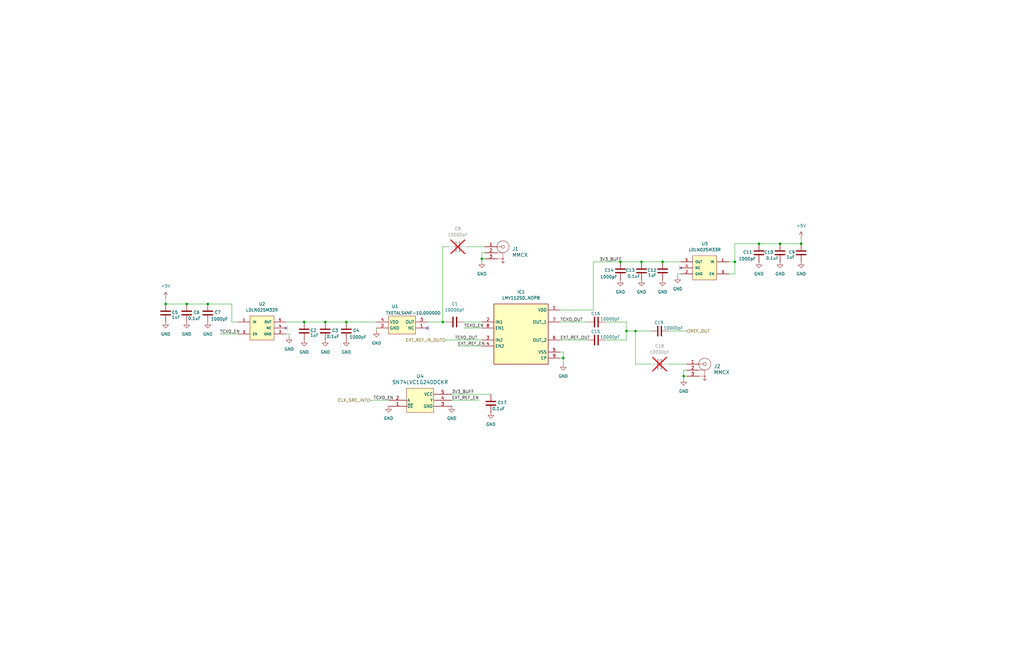
<source format=kicad_sch>
(kicad_sch (version 20231120) (generator "eeschema") (generator_version "8.0")
  (paper "B")
  (lib_symbols
    (symbol "2024-03-24_05-09-48:2337019-1" (pin_names (offset 0.254))
      (property "Reference" "J" (at 8.89 6.35 0))
      (property "Value" "2337019-1" (at 0.254 3.048 0))
      (symbol "2337019-1_1_1"
        (polyline (pts (xy 6.985 0) (xy 5.08 0)))
        (polyline (pts (xy 7.112 -6.604) (xy 8.128 -6.604)) (stroke (width 0.127)))
        (polyline (pts (xy 7.366 -6.858) (xy 7.874 -6.858)) (stroke (width 0.127)))
        (polyline (pts (xy 7.62 -5.08) (xy 5.08 -5.08)) (stroke (width 0.127)))
        (polyline (pts (xy 7.62 -2.54) (xy 5.08 -2.54)) (stroke (width 0.127)))
        (polyline (pts (xy 7.62 -2.54) (xy 7.62 -6.35)) (stroke (width 0.127)))
        (polyline (pts (xy 8.382 -6.35) (xy 6.858 -6.35)) (stroke (width 0.127)))
        (circle (center 7.62 -5.08) (radius 0.127) (stroke (width 0.254)))
        (circle (center 7.62 0) (radius 0.635))
        (circle (center 7.62 0) (radius 2.54))
        (pin input line (at 0 0 0) (length 5.08) (name "") (number "1"))
        (pin passive line (at 0 -2.54 0) (length 5.08) (name "") (number "2"))
        (pin passive line (at 0 -5.08 0) (length 5.08) (name "") (number "3"))
      )
      (symbol "2337019-1_1_2"
        (polyline (pts (xy 5.08 -7.62) (xy 12.7 -7.62)) (stroke (width 0.127)))
        (polyline (pts (xy 5.08 2.54) (xy 5.08 -7.62)) (stroke (width 0.127)))
        (polyline (pts (xy 7.112 -6.604) (xy 8.128 -6.604)) (stroke (width 0.127)))
        (polyline (pts (xy 7.366 -6.858) (xy 7.874 -6.858)) (stroke (width 0.127)))
        (polyline (pts (xy 7.62 -5.08) (xy 5.08 -5.08)) (stroke (width 0.127)))
        (polyline (pts (xy 7.62 -2.54) (xy 5.08 -2.54)) (stroke (width 0.127)))
        (polyline (pts (xy 7.62 -2.54) (xy 7.62 -6.35)) (stroke (width 0.127)))
        (polyline (pts (xy 7.62 0) (xy 5.08 0)) (stroke (width 0.127)))
        (polyline (pts (xy 7.62 0) (xy 8.89 -0.8467)) (stroke (width 0.127)))
        (polyline (pts (xy 7.62 0) (xy 8.89 0.8467)) (stroke (width 0.127)))
        (polyline (pts (xy 8.382 -6.35) (xy 6.858 -6.35)) (stroke (width 0.127)))
        (polyline (pts (xy 12.7 -7.62) (xy 12.7 2.54)) (stroke (width 0.127)))
        (polyline (pts (xy 12.7 2.54) (xy 5.08 2.54)) (stroke (width 0.127)))
        (circle (center 7.62 -5.08) (radius 0.127) (stroke (width 0.254)))
        (pin unspecified line (at 0 0 0) (length 5.08) (name "1") (number "1"))
        (pin unspecified line (at 0 -2.54 0) (length 5.08) (name "2") (number "2"))
        (pin unspecified line (at 0 -5.08 0) (length 5.08) (name "3") (number "3"))
      )
    )
    (symbol "2024-03-24_05-51-49:SN74LVC1G240DCKR" (pin_names (offset 0.254))
      (property "Reference" "U" (at 27.94 10.16 0))
      (property "Value" "SN74LVC1G240DCKR" (at 27.94 7.62 0))
      (symbol "SN74LVC1G240DCKR_0_1"
        (pin input line (at 0 -2.54 0) (length 7.62) (name "A") (number "2"))
        (pin power_in line (at 26.67 -5.08 180) (length 7.62) (name "GND") (number "3"))
        (pin power_in line (at 26.67 0 180) (length 7.62) (name "VCC") (number "5"))
      )
      (symbol "SN74LVC1G240DCKR_1_1"
        (rectangle (start 7.62 1.905) (end 7.62 1.905))
        (rectangle (start 7.62 2.54) (end 19.05 -7.62) (fill (type background)))
        (pin input line (at 0 -5.08 0) (length 7.62) (name "~{OE}") (number "1"))
        (pin output line (at 26.67 -2.54 180) (length 7.62) (name "Y") (number "4"))
      )
    )
    (symbol "Device:C" (pin_numbers hide) (pin_names (offset 0.254))
      (property "Reference" "C" (at 0.635 2.54 0))
      (property "Value" "C" (at 0.635 -2.54 0))
      (symbol "C_0_1"
        (polyline (pts (xy -2.032 -0.762) (xy 2.032 -0.762)) (stroke (width 0.508)))
        (polyline (pts (xy -2.032 0.762) (xy 2.032 0.762)) (stroke (width 0.508)))
      )
      (symbol "C_1_1"
        (pin passive line (at 0 3.81 270) (length 2.794) (name "~") (number "1"))
        (pin passive line (at 0 -3.81 90) (length 2.794) (name "~") (number "2"))
      )
    )
    (symbol "LDLN025M33R:LDLN025M33R" (pin_names (offset 1.016))
      (property "Reference" "U" (at -10.16 11.16 0))
      (property "Value" "LDLN025M33R" (at -10.16 -14.16 0))
      (symbol "LDLN025M33R_0_0"
        (pin input line (at -15.24 -3.81 0) (length 5.08) (name "IN") (number "1"))
        (pin power_in line (at 5.08 -8.89 180) (length 5.08) (name "GND") (number "2"))
        (pin input line (at -15.24 -8.89 0) (length 5.08) (name "EN") (number "3"))
        (pin passive line (at 5.08 -6.35 180) (length 5.08) (name "NC") (number "4"))
        (pin output line (at 5.08 -3.81 180) (length 5.08) (name "OUT") (number "5"))
      )
      (symbol "LDLN025M33R_1_0"
        (rectangle (start -10.16 -1.27) (end 0 -11.43) (fill (type background)))
      )
    )
    (symbol "LMV112SD_NOPB:LMV112SD_NOPB"
      (property "Reference" "IC" (at 36.83 7.62 0))
      (property "Value" "LMV112SD_NOPB" (at 36.83 5.08 0))
      (symbol "LMV112SD_NOPB_1_1"
        (rectangle (start 5.08 2.54) (end 27.94 -22.86) (stroke (width 0.254)) (fill (type background)))
        (pin passive line (at 33.02 0 180) (length 5.08) (name "VDD") (number "1"))
        (pin passive line (at 0 -5.08 0) (length 5.08) (name "IN1") (number "2"))
        (pin passive line (at 0 -12.7 0) (length 5.08) (name "IN2") (number "3"))
        (pin passive line (at 0 -15.24 0) (length 5.08) (name "EN2") (number "4"))
        (pin passive line (at 33.02 -17.78 180) (length 5.08) (name "VSS") (number "5"))
        (pin passive line (at 33.02 -12.7 180) (length 5.08) (name "OUT_2") (number "6"))
        (pin passive line (at 33.02 -5.08 180) (length 5.08) (name "OUT_1") (number "7"))
        (pin passive line (at 0 -7.62 0) (length 5.08) (name "EN1") (number "8"))
        (pin passive line (at 33.02 -20.32 180) (length 5.08) (name "EP") (number "9"))
      )
    )
    (symbol "TXETALSANF-10.000000:TXETALSANF-10.000000"
      (property "Reference" "U" (at 0 0 0))
      (property "Value" "TXETALSANF-10.000000" (at 0 0 0))
      (symbol "TXETALSANF-10.000000_1_1"
        (rectangle (start 5.08 0) (end 16.51 -7.62) (fill (type background)))
        (pin passive line (at 21.59 -5.08 180) (length 5.08) (name "NC") (number "1"))
        (pin passive line (at 0 -5.08 0) (length 5.08) (name "GND") (number "2"))
        (pin passive line (at 21.59 -2.54 180) (length 5.08) (name "OUT") (number "3"))
        (pin passive line (at 0 -2.54 0) (length 5.08) (name "VDD") (number "4"))
      )
    )
    (symbol "power:+3V3" (power) (pin_numbers hide) (pin_names (offset 0) hide)
      (property "Value" "+3V3" (at 0 3.556 0))
      (symbol "+3V3_0_1"
        (polyline (pts (xy -0.762 1.27) (xy 0 2.54)))
        (polyline (pts (xy 0 0) (xy 0 2.54)))
        (polyline (pts (xy 0 2.54) (xy 0.762 1.27)))
      )
      (symbol "+3V3_1_1"
        (pin power_in line (at 0 0 90) (length 0) (name "~") (number "1"))
      )
    )
    (symbol "power:GND" (power) (pin_numbers hide) (pin_names (offset 0) hide)
      (property "Value" "GND" (at 0 -3.81 0))
      (symbol "GND_0_1"
        (polyline (pts (xy 0 0) (xy 0 -1.27) (xy 1.27 -1.27) (xy 0 -2.54) (xy -1.27 -1.27) (xy 0 -1.27)))
      )
      (symbol "GND_1_1"
        (pin power_in line (at 0 0 270) (length 0) (name "~") (number "1"))
      )
    )
  )
  (junction (at 186.69 135.89))
  (junction (at 203.2 109.22))
  (junction (at 270.51 110.49))
  (junction (at 337.82 102.87))
  (junction (at 87.63 128.27))
  (junction (at 146.05 135.89))
  (junction (at 267.97 139.7))
  (junction (at 264.16 139.7))
  (junction (at 328.93 102.87))
  (junction (at 279.4 110.49))
  (junction (at 69.85 128.27))
  (junction (at 261.62 110.49))
  (junction (at 288.29 158.75))
  (junction (at 309.88 110.49))
  (junction (at 320.04 102.87))
  (junction (at 128.27 135.89))
  (junction (at 137.16 135.89))
  (junction (at 78.74 128.27))
  (junction (at 237.49 151.13))
  (no_connect (at 287.02 113.03))
  (no_connect (at 120.65 138.43))
  (no_connect (at 180.34 138.43))
  (wire (pts (xy 264.16 139.7) (xy 267.97 139.7)))
  (wire (pts (xy 146.05 135.89) (xy 158.75 135.89)))
  (wire (pts (xy 121.92 142.24) (xy 121.92 140.97)))
  (wire (pts (xy 261.62 110.49) (xy 270.51 110.49)))
  (wire (pts (xy 285.75 115.57) (xy 287.02 115.57)))
  (wire (pts (xy 120.65 135.89) (xy 128.27 135.89)))
  (wire (pts (xy 186.69 104.14) (xy 186.69 135.89)))
  (wire (pts (xy 195.58 135.89) (xy 203.2 135.89)))
  (wire (pts (xy 92.71 140.97) (xy 100.33 140.97)))
  (wire (pts (xy 237.49 148.59) (xy 237.49 151.13)))
  (wire (pts (xy 288.29 156.21) (xy 288.29 158.75)))
  (wire (pts (xy 307.34 115.57) (xy 309.88 115.57)))
  (wire (pts (xy 196.85 104.14) (xy 204.47 104.14)))
  (wire (pts (xy 337.82 102.87) (xy 328.93 102.87)))
  (wire (pts (xy 281.94 153.67) (xy 289.56 153.67)))
  (wire (pts (xy 320.04 102.87) (xy 309.88 102.87)))
  (wire (pts (xy 97.79 135.89) (xy 100.33 135.89)))
  (wire (pts (xy 309.88 102.87) (xy 309.88 110.49)))
  (wire (pts (xy 267.97 153.67) (xy 274.32 153.67)))
  (wire (pts (xy 186.69 135.89) (xy 187.96 135.89)))
  (wire (pts (xy 247.65 143.51) (xy 236.22 143.51)))
  (wire (pts (xy 236.22 148.59) (xy 237.49 148.59)))
  (wire (pts (xy 203.2 110.49) (xy 203.2 109.22)))
  (wire (pts (xy 255.27 135.89) (xy 264.16 135.89)))
  (wire (pts (xy 237.49 153.67) (xy 237.49 151.13)))
  (wire (pts (xy 69.85 128.27) (xy 78.74 128.27)))
  (wire (pts (xy 237.49 151.13) (xy 236.22 151.13)))
  (wire (pts (xy 158.75 139.7) (xy 158.75 138.43)))
  (wire (pts (xy 137.16 135.89) (xy 146.05 135.89)))
  (wire (pts (xy 289.56 156.21) (xy 288.29 156.21)))
  (wire (pts (xy 128.27 135.89) (xy 137.16 135.89)))
  (wire (pts (xy 193.04 146.05) (xy 203.2 146.05)))
  (wire (pts (xy 203.2 109.22) (xy 204.47 109.22)))
  (wire (pts (xy 190.5 166.37) (xy 207.01 166.37)))
  (wire (pts (xy 69.85 125.73) (xy 69.85 128.27)))
  (wire (pts (xy 121.92 140.97) (xy 120.65 140.97)))
  (wire (pts (xy 287.02 110.49) (xy 279.4 110.49)))
  (wire (pts (xy 236.22 130.81) (xy 250.19 130.81)))
  (wire (pts (xy 285.75 116.84) (xy 285.75 115.57)))
  (wire (pts (xy 250.19 130.81) (xy 250.19 110.49)))
  (wire (pts (xy 255.27 143.51) (xy 264.16 143.51)))
  (wire (pts (xy 264.16 139.7) (xy 264.16 143.51)))
  (wire (pts (xy 78.74 128.27) (xy 87.63 128.27)))
  (wire (pts (xy 309.88 110.49) (xy 309.88 115.57)))
  (wire (pts (xy 97.79 128.27) (xy 97.79 135.89)))
  (wire (pts (xy 236.22 135.89) (xy 247.65 135.89)))
  (wire (pts (xy 195.58 138.43) (xy 203.2 138.43)))
  (wire (pts (xy 87.63 128.27) (xy 97.79 128.27)))
  (wire (pts (xy 204.47 106.68) (xy 203.2 106.68)))
  (wire (pts (xy 189.23 104.14) (xy 186.69 104.14)))
  (wire (pts (xy 288.29 158.75) (xy 289.56 158.75)))
  (wire (pts (xy 180.34 135.89) (xy 186.69 135.89)))
  (wire (pts (xy 201.93 168.91) (xy 190.5 168.91)))
  (wire (pts (xy 187.96 143.51) (xy 203.2 143.51)))
  (wire (pts (xy 250.19 110.49) (xy 261.62 110.49)))
  (wire (pts (xy 267.97 153.67) (xy 267.97 139.7)))
  (wire (pts (xy 203.2 106.68) (xy 203.2 109.22)))
  (wire (pts (xy 288.29 160.02) (xy 288.29 158.75)))
  (wire (pts (xy 264.16 135.89) (xy 264.16 139.7)))
  (wire (pts (xy 279.4 110.49) (xy 270.51 110.49)))
  (wire (pts (xy 309.88 110.49) (xy 307.34 110.49)))
  (wire (pts (xy 281.94 139.7) (xy 289.56 139.7)))
  (wire (pts (xy 328.93 102.87) (xy 320.04 102.87)))
  (wire (pts (xy 267.97 139.7) (xy 274.32 139.7)))
  (wire (pts (xy 156.21 168.91) (xy 163.83 168.91)))
  (wire (pts (xy 337.82 100.33) (xy 337.82 102.87)))
  (label "EXT_REF_EN" (at 193.04 146.05 0))
  (label "TCXO_OUT" (at 191.77 143.51 0))
  (label "3V3_BUFF" (at 252.73 110.49 0))
  (label "TCXO_EN" (at 92.71 140.97 0))
  (label "TCXO_OUT" (at 236.22 135.89 0))
  (label "EXT_REF_OUT" (at 236.22 143.51 0))
  (label "3V3_BUFF" (at 190.5 166.37 0))
  (label "TCXO_EN" (at 195.58 138.43 0))
  (label "EXT_REF_EN" (at 201.93 168.91 180))
  (label "TCXO_EN" (at 157.48 168.91 0))
  (hierarchical_label "EXT_REF_IN_OUT" (shape input) (at 187.96 143.51 180))
  (hierarchical_label "CLK_SRC_INT" (shape input) (at 156.21 168.91 180))
  (hierarchical_label "REF_OUT" (shape input) (at 289.56 139.7 0))
  (symbol (lib_id "power:GND") (at 146.05 143.51 0) (unit 1)
    (property "Reference" "#PWR07" (effects (hide yes)))
    (property "Value" "GND" (at 146.05 148.59 0))
    (property "Description" "Power symbol creates a global label with name \"GND\" , ground" (effects (hide yes)))
  )
  (symbol (lib_id "Device:C") (at 193.04 104.14 90) (unit 1) (dnp yes)
    (property "Reference" "C8" (at 193.04 96.52 90))
    (property "Value" "10000pF" (at 193.04 99.06 90))
    (property "Datasheet" "https://search.murata.co.jp/Ceramy/image/img/A01X/G101/ENG/GRM1555C1E103JE01-01A.pdf" (effects (hide yes)))
    (property "Description" "10000 pF ±5% 25V Ceramic Capacitor C0G, NP0 0402 (1005 Metric)" (effects (hide yes)))
    (property "MPN" "GRM1555C1E103JE01J" (effects (hide yes)))
    (property "Manufacturer" "Murata Electronics" (effects (hide yes)))
  )
  (symbol (lib_id "Device:C") (at 279.4 114.3 0) (mirror y) (unit 1)
    (property "Reference" "C12" (at 276.86 114.046 0) (effects (justify left)))
    (property "Value" "1uF" (at 276.86 116.078 0) (effects (justify left)))
    (property "Datasheet" "https://search.murata.co.jp/Ceramy/image/img/A01X/G101/ENG/GRM155R70J105KA12-01.pdf~" (effects (hide yes)))
    (property "Description" "1 µF ±10% 6.3V Ceramic Capacitor X7R 0402 (1005 Metric)" (effects (hide yes)))
    (property "MPN" "GRM155R70J105KA12J" (effects (hide yes)))
    (property "Manufacturer" "Murata Electronics" (effects (hide yes)))
  )
  (symbol (lib_id "Device:C") (at 146.05 139.7 0) (unit 1)
    (property "Reference" "C4" (at 148.844 139.446 0) (effects (justify left)))
    (property "Value" "1000pF" (at 147.32 142.24 0) (effects (justify left)))
    (property "Datasheet" "https://search.murata.co.jp/Ceramy/image/img/A01X/G101/ENG/GRM1555C1H102JA01-01.pdf" (effects (hide yes)))
    (property "Description" "1000 pF ±5% 50V Ceramic Capacitor C0G, NP0 0402 (1005 Metric)" (effects (hide yes)))
    (property "MPN" "GRM1555C1H102JA01D" (effects (hide yes)))
    (property "Manufacturer" "Murata Electronics" (effects (hide yes)))
  )
  (symbol (lib_id "Device:C") (at 328.93 106.68 0) (mirror y) (unit 1)
    (property "Reference" "C10" (at 326.136 106.426 0) (effects (justify left)))
    (property "Value" "0.1uF" (at 328.422 108.966 0) (effects (justify left)))
    (property "Datasheet" "https://search.murata.co.jp/Ceramy/image/img/A01X/G101/ENG/GRM155R71C104KA88-01.pdf" (effects (hide yes)))
    (property "Description" "0.1 µF ±10% 16V Ceramic Capacitor X7R 0402 (1005 Metric)" (effects (hide yes)))
    (property "MPN" "GRM155R71C104KA88J" (effects (hide yes)))
    (property "Manufacturer" "Murata Electronics" (effects (hide yes)))
  )
  (symbol (lib_id "power:GND") (at 203.2 110.49 0) (unit 1)
    (property "Reference" "#PWR011" (effects (hide yes)))
    (property "Value" "GND" (at 203.2 115.57 0))
    (property "Description" "Power symbol creates a global label with name \"GND\" , ground" (effects (hide yes)))
  )
  (symbol (lib_id "TXETALSANF-10.000000:TXETALSANF-10.000000") (at 158.75 133.35 0) (unit 1)
    (property "Reference" "U1" (at 166.624 129.286 0))
    (property "Value" "TXETALSANF-10.000000" (at 174.244 132.08 0))
    (property "Description" "10 MHz TCXO Clipped Sine Wave Oscillator 2.8V ~ 3.3V 4-SMD, No Lead" (effects (hide yes)))
    (property "MPN" "TXETALSANF-10.000000" (effects (hide yes)))
    (property "Manufacturer" "Taitien" (effects (hide yes)))
  )
  (symbol (lib_id "LMV112SD_NOPB:LMV112SD_NOPB") (at 203.2 130.81 0) (unit 1)
    (property "Reference" "IC1" (at 219.71 123.19 0))
    (property "Value" "LMV112SD_NOPB" (at 219.71 125.73 0))
    (property "Footprint" "SON50P300X300X80-9N" (effects (hide yes)))
    (property "Datasheet" "http://www.ti.com/lit/gpn/lmv112" (effects (hide yes)))
    (property "Description" "Clock Buffer/Driver IC 1:1 40 MHz 8-WFDFN Exposed Pad" (effects (hide yes)))
    (property "Height" "0.8" (effects (hide yes)))
    (property "MPN" "LMV112SD/NOPB" (effects (hide yes)))
    (property "Manufacturer" "Texas Instruments" (effects (hide yes)))
  )
  (symbol (lib_id "power:GND") (at 328.93 110.49 0) (mirror y) (unit 1)
    (property "Reference" "#PWR014" (effects (hide yes)))
    (property "Value" "GND" (at 328.93 115.57 0))
    (property "Description" "Power symbol creates a global label with name \"GND\" , ground" (effects (hide yes)))
  )
  (symbol (lib_id "power:GND") (at 237.49 153.67 0) (unit 1)
    (property "Reference" "#PWR02" (effects (hide yes)))
    (property "Value" "GND" (at 237.49 158.75 0))
    (property "Description" "Power symbol creates a global label with name \"GND\" , ground" (effects (hide yes)))
  )
  (symbol (lib_id "Device:C") (at 251.46 135.89 90) (unit 1)
    (property "Reference" "C16" (at 251.206 132.334 90))
    (property "Value" "10000pF" (at 257.302 134.62 90))
    (property "Datasheet" "https://search.murata.co.jp/Ceramy/image/img/A01X/G101/ENG/GRM1555C1E103JE01-01A.pdf" (effects (hide yes)))
    (property "Description" "10000 pF ±5% 25V Ceramic Capacitor C0G, NP0 0402 (1005 Metric)" (effects (hide yes)))
    (property "MPN" "GRM1555C1E103JE01J" (effects (hide yes)))
    (property "Manufacturer" "Murata Electronics" (effects (hide yes)))
  )
  (symbol (lib_id "power:GND") (at 270.51 118.11 0) (mirror y) (unit 1)
    (property "Reference" "#PWR018" (effects (hide yes)))
    (property "Value" "GND" (at 270.51 123.19 0))
    (property "Description" "Power symbol creates a global label with name \"GND\" , ground" (effects (hide yes)))
  )
  (symbol (lib_id "power:GND") (at 337.82 110.49 0) (mirror y) (unit 1)
    (property "Reference" "#PWR013" (effects (hide yes)))
    (property "Value" "GND" (at 337.82 115.57 0))
    (property "Description" "Power symbol creates a global label with name \"GND\" , ground" (effects (hide yes)))
  )
  (symbol (lib_id "Device:C") (at 128.27 139.7 0) (unit 1)
    (property "Reference" "C2" (at 130.81 139.446 0) (effects (justify left)))
    (property "Value" "1uF" (at 130.81 141.478 0) (effects (justify left)))
    (property "Datasheet" "https://search.murata.co.jp/Ceramy/image/img/A01X/G101/ENG/GRM155R70J105KA12-01.pdf~" (effects (hide yes)))
    (property "Description" "1 µF ±10% 6.3V Ceramic Capacitor X7R 0402 (1005 Metric)" (effects (hide yes)))
    (property "MPN" "GRM155R70J105KA12J" (effects (hide yes)))
    (property "Manufacturer" "Murata Electronics" (effects (hide yes)))
  )
  (symbol (lib_id "power:GND") (at 190.5 171.45 0) (unit 1)
    (property "Reference" "#PWR022" (effects (hide yes)))
    (property "Value" "GND" (at 190.5 176.53 0))
    (property "Description" "Power symbol creates a global label with name \"GND\" , ground" (effects (hide yes)))
  )
  (symbol (lib_id "Device:C") (at 278.13 153.67 90) (unit 1) (dnp yes)
    (property "Reference" "C18" (at 278.13 146.05 90))
    (property "Value" "10000pF" (at 278.13 148.59 90))
    (property "Datasheet" "https://search.murata.co.jp/Ceramy/image/img/A01X/G101/ENG/GRM1555C1E103JE01-01A.pdf" (effects (hide yes)))
    (property "Description" "10000 pF ±5% 25V Ceramic Capacitor C0G, NP0 0402 (1005 Metric)" (effects (hide yes)))
    (property "MPN" "GRM1555C1E103JE01J" (effects (hide yes)))
    (property "Manufacturer" "Murata Electronics" (effects (hide yes)))
  )
  (symbol (lib_id "power:+3V3") (at 337.82 100.33 0) (mirror y) (unit 1)
    (property "Reference" "#PWR012" (effects (hide yes)))
    (property "Value" "+5V" (at 337.82 95.25 0))
    (property "Description" "Power symbol creates a global label with name \"+3V3\"" (effects (hide yes)))
  )
  (symbol (lib_id "power:GND") (at 288.29 160.02 0) (unit 1)
    (property "Reference" "#PWR023" (effects (hide yes)))
    (property "Value" "GND" (at 288.29 165.1 0))
    (property "Description" "Power symbol creates a global label with name \"GND\" , ground" (effects (hide yes)))
  )
  (symbol (lib_id "2024-03-24_05-09-48:2337019-1") (at 204.47 104.14 0) (unit 1)
    (property "Reference" "J1" (at 215.9 105.0606 0) (effects (font (size 1.524 1.524)) (justify left)))
    (property "Value" "MMCX" (at 215.9 107.6006 0) (effects (font (size 1.524 1.524)) (justify left)))
    (property "Footprint" "CONN_2337019-1" (effects (hide yes)))
    (property "Datasheet" "https://www.te.com/commerce/DocumentDelivery/DDEController?Action=showdoc&DocId=Specification+Or+Standard%7F108-140209%7FA%7Fpdf%7FEnglish%7FENG_SS_108-140209_A.pdf%7F2337019-1" (effects (hide yes)))
    (property "Description" "U.FL (UMCC) Connector Receptacle, Male Pin 50 Ohms Surface Mount Solder" (effects (hide yes)))
    (property "MPN" "2337019-1" (effects (hide yes)))
    (property "Manufacturer" "TE Connectivity AMP Connectors" (effects (hide yes)))
  )
  (symbol (lib_id "Device:C") (at 78.74 132.08 0) (unit 1)
    (property "Reference" "C6" (at 81.534 131.826 0) (effects (justify left)))
    (property "Value" "0.1uF" (at 79.248 134.366 0) (effects (justify left)))
    (property "Datasheet" "https://search.murata.co.jp/Ceramy/image/img/A01X/G101/ENG/GRM155R71C104KA88-01.pdf" (effects (hide yes)))
    (property "Description" "0.1 µF ±10% 16V Ceramic Capacitor X7R 0402 (1005 Metric)" (effects (hide yes)))
    (property "MPN" "GRM155R71C104KA88J" (effects (hide yes)))
    (property "Manufacturer" "Murata Electronics" (effects (hide yes)))
  )
  (symbol (lib_id "power:GND") (at 78.74 135.89 0) (unit 1)
    (property "Reference" "#PWR09" (effects (hide yes)))
    (property "Value" "GND" (at 78.74 140.97 0))
    (property "Description" "Power symbol creates a global label with name \"GND\" , ground" (effects (hide yes)))
  )
  (symbol (lib_id "power:GND") (at 261.62 118.11 0) (mirror y) (unit 1)
    (property "Reference" "#PWR019" (effects (hide yes)))
    (property "Value" "GND" (at 261.62 123.19 0))
    (property "Description" "Power symbol creates a global label with name \"GND\" , ground" (effects (hide yes)))
  )
  (symbol (lib_id "2024-03-24_05-09-48:2337019-1") (at 289.56 153.67 0) (unit 1)
    (property "Reference" "J2" (at 300.99 154.5906 0) (effects (font (size 1.524 1.524)) (justify left)))
    (property "Value" "MMCX" (at 300.99 157.1306 0) (effects (font (size 1.524 1.524)) (justify left)))
    (property "Footprint" "CONN_2337019-1" (effects (hide yes)))
    (property "Datasheet" "https://www.te.com/commerce/DocumentDelivery/DDEController?Action=showdoc&DocId=Specification+Or+Standard%7F108-140209%7FA%7Fpdf%7FEnglish%7FENG_SS_108-140209_A.pdf%7F2337019-1" (effects (hide yes)))
    (property "Description" "U.FL (UMCC) Connector Receptacle, Male Pin 50 Ohms Surface Mount Solder" (effects (hide yes)))
    (property "MPN" "2337019-1" (effects (hide yes)))
    (property "Manufacturer" "TE Connectivity AMP Connectors" (effects (hide yes)))
  )
  (symbol (lib_id "Device:C") (at 191.77 135.89 90) (unit 1)
    (property "Reference" "C1" (at 191.77 128.27 90))
    (property "Value" "10000pF" (at 191.77 130.81 90))
    (property "Datasheet" "https://search.murata.co.jp/Ceramy/image/img/A01X/G101/ENG/GRM1555C1E103JE01-01A.pdf" (effects (hide yes)))
    (property "Description" "10000 pF ±5% 25V Ceramic Capacitor C0G, NP0 0402 (1005 Metric)" (effects (hide yes)))
    (property "MPN" "GRM1555C1E103JE01J" (effects (hide yes)))
    (property "Manufacturer" "Murata Electronics" (effects (hide yes)))
  )
  (symbol (lib_id "Device:C") (at 87.63 132.08 0) (unit 1)
    (property "Reference" "C7" (at 90.424 131.826 0) (effects (justify left)))
    (property "Value" "1000pF" (at 88.9 134.62 0) (effects (justify left)))
    (property "Datasheet" "https://search.murata.co.jp/Ceramy/image/img/A01X/G101/ENG/GRM1555C1H102JA01-01.pdf" (effects (hide yes)))
    (property "Description" "1000 pF ±5% 50V Ceramic Capacitor C0G, NP0 0402 (1005 Metric)" (effects (hide yes)))
    (property "MPN" "GRM1555C1H102JA01D" (effects (hide yes)))
    (property "Manufacturer" "Murata Electronics" (effects (hide yes)))
  )
  (symbol (lib_id "power:GND") (at 279.4 118.11 0) (mirror y) (unit 1)
    (property "Reference" "#PWR017" (effects (hide yes)))
    (property "Value" "GND" (at 279.4 123.19 0))
    (property "Description" "Power symbol creates a global label with name \"GND\" , ground" (effects (hide yes)))
  )
  (symbol (lib_id "Device:C") (at 278.13 139.7 90) (unit 1)
    (property "Reference" "C19" (at 277.876 136.144 90))
    (property "Value" "10000pF" (at 283.972 138.43 90))
    (property "Datasheet" "https://search.murata.co.jp/Ceramy/image/img/A01X/G101/ENG/GRM1555C1E103JE01-01A.pdf" (effects (hide yes)))
    (property "Description" "10000 pF ±5% 25V Ceramic Capacitor C0G, NP0 0402 (1005 Metric)" (effects (hide yes)))
    (property "MPN" "GRM1555C1E103JE01J" (effects (hide yes)))
    (property "Manufacturer" "Murata Electronics" (effects (hide yes)))
  )
  (symbol (lib_id "Device:C") (at 251.46 143.51 90) (unit 1)
    (property "Reference" "C15" (at 251.206 139.954 90))
    (property "Value" "10000pF" (at 257.302 142.24 90))
    (property "Datasheet" "https://search.murata.co.jp/Ceramy/image/img/A01X/G101/ENG/GRM1555C1E103JE01-01A.pdf" (effects (hide yes)))
    (property "Description" "10000 pF ±5% 25V Ceramic Capacitor C0G, NP0 0402 (1005 Metric)" (effects (hide yes)))
    (property "MPN" "GRM1555C1E103JE01J" (effects (hide yes)))
    (property "Manufacturer" "Murata Electronics" (effects (hide yes)))
  )
  (symbol (lib_id "Device:C") (at 69.85 132.08 0) (unit 1)
    (property "Reference" "C5" (at 72.39 131.826 0) (effects (justify left)))
    (property "Value" "1uF" (at 72.39 133.858 0) (effects (justify left)))
    (property "Datasheet" "https://search.murata.co.jp/Ceramy/image/img/A01X/G101/ENG/GRM155R70J105KA12-01.pdf~" (effects (hide yes)))
    (property "Description" "1 µF ±10% 6.3V Ceramic Capacitor X7R 0402 (1005 Metric)" (effects (hide yes)))
    (property "MPN" "GRM155R70J105KA12J" (effects (hide yes)))
    (property "Manufacturer" "Murata Electronics" (effects (hide yes)))
  )
  (symbol (lib_id "power:GND") (at 285.75 116.84 0) (mirror y) (unit 1)
    (property "Reference" "#PWR016" (effects (hide yes)))
    (property "Value" "GND" (at 285.75 121.92 0))
    (property "Description" "Power symbol creates a global label with name \"GND\" , ground" (effects (hide yes)))
  )
  (symbol (lib_id "Device:C") (at 261.62 114.3 0) (mirror y) (unit 1)
    (property "Reference" "C14" (at 258.826 114.046 0) (effects (justify left)))
    (property "Value" "1000pF" (at 260.35 116.84 0) (effects (justify left)))
    (property "Datasheet" "https://search.murata.co.jp/Ceramy/image/img/A01X/G101/ENG/GRM1555C1H102JA01-01.pdf" (effects (hide yes)))
    (property "Description" "1000 pF ±5% 50V Ceramic Capacitor C0G, NP0 0402 (1005 Metric)" (effects (hide yes)))
    (property "MPN" "GRM1555C1H102JA01D" (effects (hide yes)))
    (property "Manufacturer" "Murata Electronics" (effects (hide yes)))
  )
  (symbol (lib_id "power:GND") (at 158.75 139.7 0) (unit 1)
    (property "Reference" "#PWR01" (effects (hide yes)))
    (property "Value" "GND" (at 158.75 144.78 0))
    (property "Description" "Power symbol creates a global label with name \"GND\" , ground" (effects (hide yes)))
  )
  (symbol (lib_id "power:GND") (at 137.16 143.51 0) (unit 1)
    (property "Reference" "#PWR06" (effects (hide yes)))
    (property "Value" "GND" (at 137.16 148.59 0))
    (property "Description" "Power symbol creates a global label with name \"GND\" , ground" (effects (hide yes)))
  )
  (symbol (lib_id "Device:C") (at 270.51 114.3 0) (mirror y) (unit 1)
    (property "Reference" "C13" (at 267.716 114.046 0) (effects (justify left)))
    (property "Value" "0.1uF" (at 270.002 116.586 0) (effects (justify left)))
    (property "Datasheet" "https://search.murata.co.jp/Ceramy/image/img/A01X/G101/ENG/GRM155R71C104KA88-01.pdf" (effects (hide yes)))
    (property "Description" "0.1 µF ±10% 16V Ceramic Capacitor X7R 0402 (1005 Metric)" (effects (hide yes)))
    (property "MPN" "GRM155R71C104KA88J" (effects (hide yes)))
    (property "Manufacturer" "Murata Electronics" (effects (hide yes)))
  )
  (symbol (lib_id "2024-03-24_05-51-49:SN74LVC1G240DCKR") (at 163.83 166.37 0) (unit 1)
    (property "Reference" "U4" (at 177.165 158.75 0) (effects (font (size 1.524 1.524))))
    (property "Value" "SN74LVC1G240DCKR" (at 177.165 161.29 0) (effects (font (size 1.524 1.524))))
    (property "Footprint" "DCK5" (effects (hide yes)))
    (property "Datasheet" "https://www.ti.com/general/docs/suppproductinfo.tsp?distId=10&gotoUrl=https%3A%2F%2Fwww.ti.com%2Flit%2Fgpn%2Fsn74lvc1g240" (effects (hide yes)))
    (property "Description" "Buffer, Inverting 1 Element 1 Bit per Element 3-State Output SC-70-5" (effects (hide yes)))
    (property "MPN" "SN74LVC1G240DCKR" (effects (hide yes)))
    (property "Manufacturer" "Texas Instruments" (effects (hide yes)))
  )
  (symbol (lib_id "power:+3V3") (at 69.85 125.73 0) (unit 1)
    (property "Reference" "#PWR03" (effects (hide yes)))
    (property "Value" "+5V" (at 69.85 120.65 0))
    (property "Description" "Power symbol creates a global label with name \"+3V3\"" (effects (hide yes)))
  )
  (symbol (lib_id "power:GND") (at 69.85 135.89 0) (unit 1)
    (property "Reference" "#PWR08" (effects (hide yes)))
    (property "Value" "GND" (at 69.85 140.97 0))
    (property "Description" "Power symbol creates a global label with name \"GND\" , ground" (effects (hide yes)))
  )
  (symbol (lib_id "LDLN025M33R:LDLN025M33R") (at 292.1 106.68 0) (mirror y) (unit 1)
    (property "Reference" "U3" (at 297.18 102.87 0))
    (property "Value" "LDLN025M33R" (at 297.18 105.41 0))
    (property "Footprint" "LDLN025M33R:SOT95P280X145-5N" (effects (hide yes)))
    (property "Datasheet" "https://www.st.com/content/ccc/resource/technical/document/datasheet/group3/a7/8d/6a/ac/ed/d0/4f/f4/DM00312779/files/DM00312779.pdf/jcr:content/translations/en.DM00312779.pdf" (effects (hide yes)))
    (property "Description" "Linear Voltage Regulator IC Positive Fixed 1 Output 250mA SOT-23-5" (effects (hide yes)))
    (property "PACKAGE" "SOT-23-5 STMicroelectronics" (effects (hide yes)))
    (property "PRICE" "None" (effects (hide yes)))
    (property "STANDARD" "IPC-7351B" (effects (hide yes)))
    (property "AVAILABILITY" "Unavailable" (effects (hide yes)))
    (property "MPN" "LDLN025M33R" (effects (hide yes)))
    (property "Manufacturer" "STMicroelectronics" (effects (hide yes)))
  )
  (symbol (lib_id "Device:C") (at 337.82 106.68 0) (mirror y) (unit 1)
    (property "Reference" "C9" (at 335.28 106.426 0) (effects (justify left)))
    (property "Value" "1uF" (at 335.28 108.458 0) (effects (justify left)))
    (property "Datasheet" "https://search.murata.co.jp/Ceramy/image/img/A01X/G101/ENG/GRM155R70J105KA12-01.pdf~" (effects (hide yes)))
    (property "Description" "1 µF ±10% 6.3V Ceramic Capacitor X7R 0402 (1005 Metric)" (effects (hide yes)))
    (property "MPN" "GRM155R70J105KA12J" (effects (hide yes)))
    (property "Manufacturer" "Murata Electronics" (effects (hide yes)))
  )
  (symbol (lib_id "Device:C") (at 320.04 106.68 0) (mirror y) (unit 1)
    (property "Reference" "C11" (at 317.246 106.426 0) (effects (justify left)))
    (property "Value" "1000pF" (at 318.77 109.22 0) (effects (justify left)))
    (property "Datasheet" "https://search.murata.co.jp/Ceramy/image/img/A01X/G101/ENG/GRM1555C1H102JA01-01.pdf" (effects (hide yes)))
    (property "Description" "1000 pF ±5% 50V Ceramic Capacitor C0G, NP0 0402 (1005 Metric)" (effects (hide yes)))
    (property "MPN" "GRM1555C1H102JA01D" (effects (hide yes)))
    (property "Manufacturer" "Murata Electronics" (effects (hide yes)))
  )
  (symbol (lib_id "power:GND") (at 207.01 173.99 0) (unit 1)
    (property "Reference" "#PWR021" (effects (hide yes)))
    (property "Value" "GND" (at 207.01 179.07 0))
    (property "Description" "Power symbol creates a global label with name \"GND\" , ground" (effects (hide yes)))
  )
  (symbol (lib_id "power:GND") (at 320.04 110.49 0) (mirror y) (unit 1)
    (property "Reference" "#PWR015" (effects (hide yes)))
    (property "Value" "GND" (at 320.04 115.57 0))
    (property "Description" "Power symbol creates a global label with name \"GND\" , ground" (effects (hide yes)))
  )
  (symbol (lib_id "power:GND") (at 128.27 143.51 0) (unit 1)
    (property "Reference" "#PWR05" (effects (hide yes)))
    (property "Value" "GND" (at 128.27 148.59 0))
    (property "Description" "Power symbol creates a global label with name \"GND\" , ground" (effects (hide yes)))
  )
  (symbol (lib_id "Device:C") (at 207.01 170.18 0) (unit 1)
    (property "Reference" "C17" (at 209.804 169.926 0) (effects (justify left)))
    (property "Value" "0.1uF" (at 207.518 172.466 0) (effects (justify left)))
    (property "Datasheet" "https://search.murata.co.jp/Ceramy/image/img/A01X/G101/ENG/GRM155R71C104KA88-01.pdf" (effects (hide yes)))
    (property "Description" "0.1 µF ±10% 16V Ceramic Capacitor X7R 0402 (1005 Metric)" (effects (hide yes)))
    (property "MPN" "GRM155R71C104KA88J" (effects (hide yes)))
    (property "Manufacturer" "Murata Electronics" (effects (hide yes)))
  )
  (symbol (lib_id "power:GND") (at 87.63 135.89 0) (unit 1)
    (property "Reference" "#PWR010" (effects (hide yes)))
    (property "Value" "GND" (at 87.63 140.97 0))
    (property "Description" "Power symbol creates a global label with name \"GND\" , ground" (effects (hide yes)))
  )
  (symbol (lib_id "power:GND") (at 121.92 142.24 0) (unit 1)
    (property "Reference" "#PWR04" (effects (hide yes)))
    (property "Value" "GND" (at 121.92 147.32 0))
    (property "Description" "Power symbol creates a global label with name \"GND\" , ground" (effects (hide yes)))
  )
  (symbol (lib_id "power:GND") (at 163.83 171.45 0) (unit 1)
    (property "Reference" "#PWR020" (effects (hide yes)))
    (property "Value" "GND" (at 163.83 176.53 0))
    (property "Description" "Power symbol creates a global label with name \"GND\" , ground" (effects (hide yes)))
  )
  (symbol (lib_id "LDLN025M33R:LDLN025M33R") (at 115.57 132.08 0) (unit 1)
    (property "Reference" "U2" (at 110.49 128.27 0))
    (property "Value" "LDLN025M33R" (at 110.49 130.81 0))
    (property "Footprint" "LDLN025M33R:SOT95P280X145-5N" (effects (hide yes)))
    (property "Datasheet" "https://www.st.com/content/ccc/resource/technical/document/datasheet/group3/a7/8d/6a/ac/ed/d0/4f/f4/DM00312779/files/DM00312779.pdf/jcr:content/translations/en.DM00312779.pdf" (effects (hide yes)))
    (property "Description" "Linear Voltage Regulator IC Positive Fixed 1 Output 250mA SOT-23-5" (effects (hide yes)))
    (property "PACKAGE" "SOT-23-5 STMicroelectronics" (effects (hide yes)))
    (property "PRICE" "None" (effects (hide yes)))
    (property "STANDARD" "IPC-7351B" (effects (hide yes)))
    (property "AVAILABILITY" "Unavailable" (effects (hide yes)))
    (property "MPN" "LDLN025M33R" (effects (hide yes)))
    (property "Manufacturer" "STMicroelectronics" (effects (hide yes)))
  )
  (symbol (lib_id "Device:C") (at 137.16 139.7 0) (unit 1)
    (property "Reference" "C3" (at 139.954 139.446 0) (effects (justify left)))
    (property "Value" "0.1uF" (at 137.668 141.986 0) (effects (justify left)))
    (property "Datasheet" "https://search.murata.co.jp/Ceramy/image/img/A01X/G101/ENG/GRM155R71C104KA88-01.pdf" (effects (hide yes)))
    (property "Description" "0.1 µF ±10% 16V Ceramic Capacitor X7R 0402 (1005 Metric)" (effects (hide yes)))
    (property "MPN" "GRM155R71C104KA88J" (effects (hide yes)))
    (property "Manufacturer" "Murata Electronics" (effects (hide yes)))
  )
)
</source>
